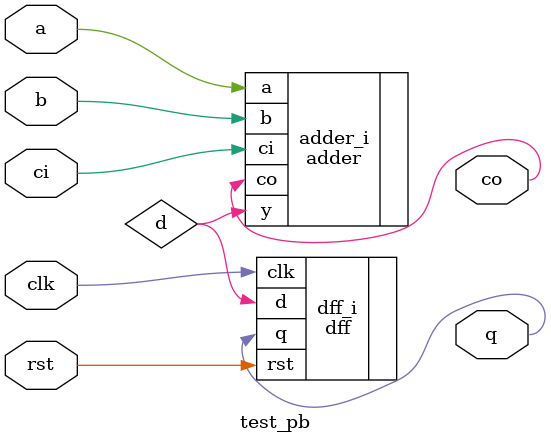
<source format=v>
`include "adder.v"
`include "dff.v"

module test_pb(input clk, rst, a, b, ci, output q, co);

wire d;

adder adder_i(.a(a), .b(b), .ci(ci), .y(d), .co(co));

dff dff_i(.clk(clk), .rst(rst), .d(d), .q(q));

endmodule

</source>
